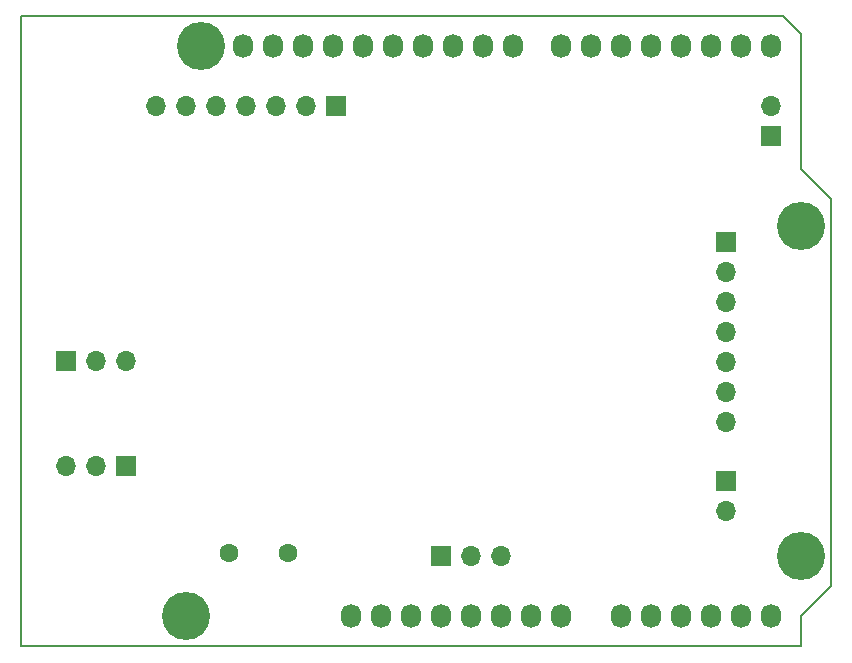
<source format=gbr>
%TF.GenerationSoftware,KiCad,Pcbnew,(6.0.5-0)*%
%TF.CreationDate,2022-06-12T17:20:29+09:00*%
%TF.ProjectId,esp32-walkie-talkie-v2,65737033-322d-4776-916c-6b69652d7461,rev?*%
%TF.SameCoordinates,PX69db1f0PY7882d48*%
%TF.FileFunction,Soldermask,Bot*%
%TF.FilePolarity,Negative*%
%FSLAX46Y46*%
G04 Gerber Fmt 4.6, Leading zero omitted, Abs format (unit mm)*
G04 Created by KiCad (PCBNEW (6.0.5-0)) date 2022-06-12 17:20:29*
%MOMM*%
%LPD*%
G01*
G04 APERTURE LIST*
%TA.AperFunction,Profile*%
%ADD10C,0.150000*%
%TD*%
%ADD11O,1.727200X2.032000*%
%ADD12C,4.064000*%
%ADD13R,1.700000X1.700000*%
%ADD14O,1.700000X1.700000*%
%ADD15C,1.600000*%
G04 APERTURE END LIST*
D10*
X68580000Y37846000D02*
X66040000Y40386000D01*
X66040000Y0D02*
X66040000Y2540000D01*
X66040000Y51816000D02*
X64516000Y53340000D01*
X66040000Y2540000D02*
X68580000Y5080000D01*
X0Y53340000D02*
X0Y0D01*
X68580000Y5080000D02*
X68580000Y37846000D01*
X0Y0D02*
X66040000Y0D01*
X64516000Y53340000D02*
X0Y53340000D01*
X66040000Y40386000D02*
X66040000Y51816000D01*
D11*
%TO.C,P1*%
X27940000Y2540000D03*
X30480000Y2540000D03*
X33020000Y2540000D03*
X35560000Y2540000D03*
X38100000Y2540000D03*
X40640000Y2540000D03*
X43180000Y2540000D03*
X45720000Y2540000D03*
%TD*%
%TO.C,P2*%
X50800000Y2540000D03*
X53340000Y2540000D03*
X55880000Y2540000D03*
X58420000Y2540000D03*
X60960000Y2540000D03*
X63500000Y2540000D03*
%TD*%
%TO.C,P3*%
X18796000Y50800000D03*
X21336000Y50800000D03*
X23876000Y50800000D03*
X26416000Y50800000D03*
X28956000Y50800000D03*
X31496000Y50800000D03*
X34036000Y50800000D03*
X36576000Y50800000D03*
X39116000Y50800000D03*
X41656000Y50800000D03*
%TD*%
%TO.C,P4*%
X45720000Y50800000D03*
X48260000Y50800000D03*
X50800000Y50800000D03*
X53340000Y50800000D03*
X55880000Y50800000D03*
X58420000Y50800000D03*
X60960000Y50800000D03*
X63500000Y50800000D03*
%TD*%
D12*
%TO.C,P5*%
X13970000Y2540000D03*
%TD*%
%TO.C,P6*%
X66040000Y7620000D03*
%TD*%
%TO.C,P7*%
X15240000Y50800000D03*
%TD*%
%TO.C,P8*%
X66040000Y35560000D03*
%TD*%
D13*
%TO.C,J3*%
X59715000Y34270000D03*
D14*
X59715000Y31730000D03*
X59715000Y29190000D03*
X59715000Y26650000D03*
X59715000Y24110000D03*
X59715000Y21570000D03*
X59715000Y19030000D03*
%TD*%
D15*
%TO.C,C4*%
X17566000Y7874000D03*
X22566000Y7874000D03*
%TD*%
D13*
%TO.C,J2*%
X8875000Y15240000D03*
D14*
X6335000Y15240000D03*
X3795000Y15240000D03*
%TD*%
D13*
%TO.C,J7*%
X63500000Y43180000D03*
D14*
X63500000Y45720000D03*
%TD*%
D13*
%TO.C,J1*%
X3825000Y24130000D03*
D14*
X6365000Y24130000D03*
X8905000Y24130000D03*
%TD*%
D13*
%TO.C,J6*%
X26670000Y45720000D03*
D14*
X24130000Y45720000D03*
X21590000Y45720000D03*
X19050000Y45720000D03*
X16510000Y45720000D03*
X13970000Y45720000D03*
X11430000Y45720000D03*
%TD*%
D13*
%TO.C,J5*%
X59690000Y13970000D03*
D14*
X59690000Y11430000D03*
%TD*%
D13*
%TO.C,J4*%
X35560000Y7620000D03*
D14*
X38100000Y7620000D03*
X40640000Y7620000D03*
%TD*%
M02*

</source>
